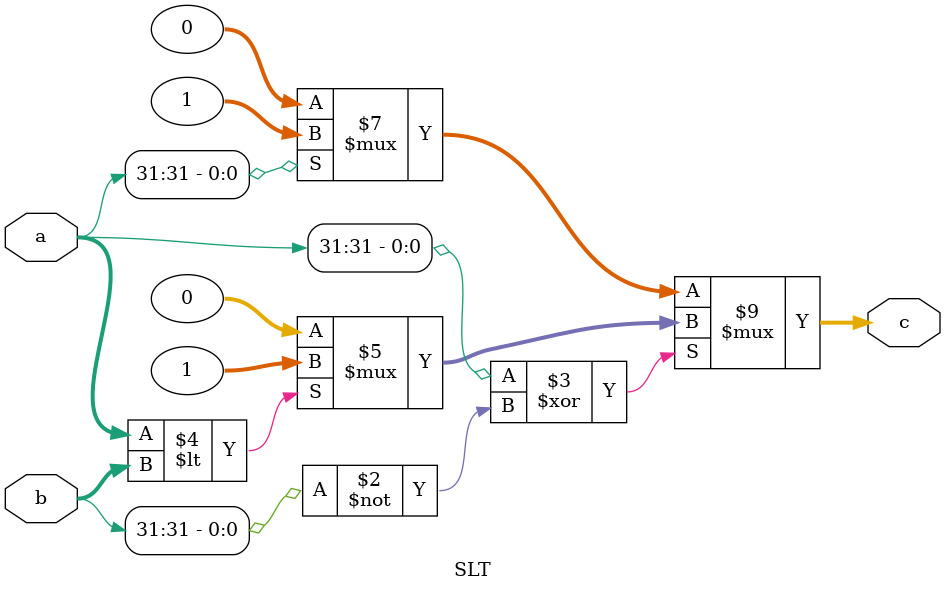
<source format=v>
module SLT(
        input [31:0]a,b,
        output reg[31:0]c
    );
    always@(*)
        if ((a[31]^b[31]==0))
            c=a<b?32'b1:32'b0;
        else
            c=a[31]==1?32'b1:32'b0;
endmodule

</source>
